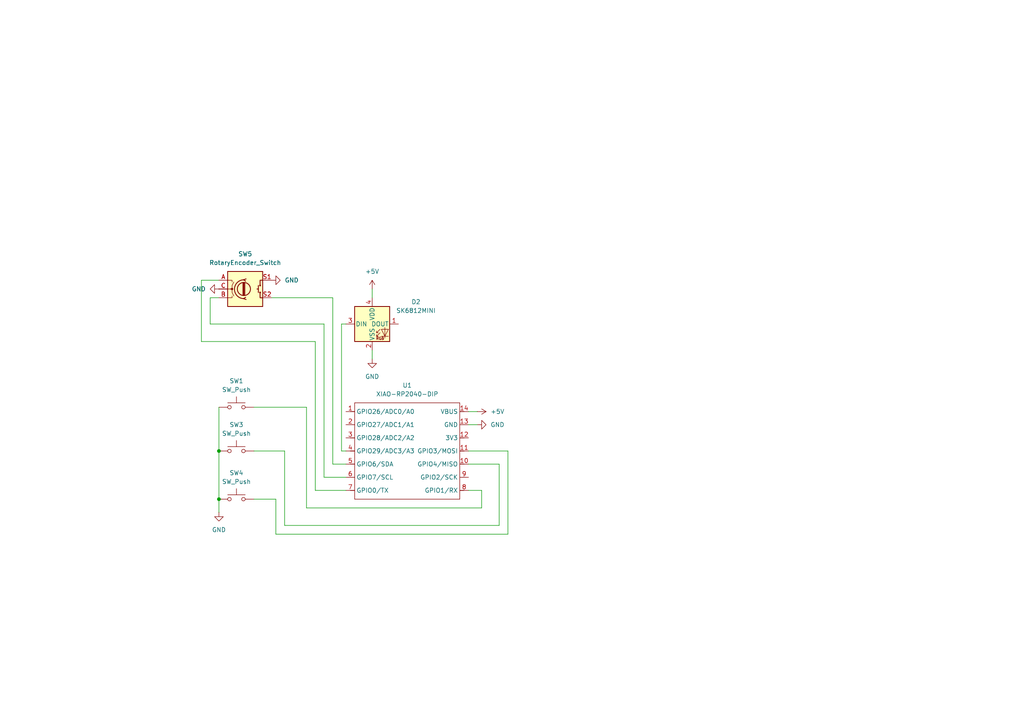
<source format=kicad_sch>
(kicad_sch
	(version 20250114)
	(generator "eeschema")
	(generator_version "9.0")
	(uuid "38e79f82-1241-46b1-a100-89721127c354")
	(paper "A4")
	(lib_symbols
		(symbol "Device:RotaryEncoder_Switch"
			(pin_names
				(offset 0.254)
				(hide yes)
			)
			(exclude_from_sim no)
			(in_bom yes)
			(on_board yes)
			(property "Reference" "SW"
				(at 0 6.604 0)
				(effects
					(font
						(size 1.27 1.27)
					)
				)
			)
			(property "Value" "RotaryEncoder_Switch"
				(at 0 -6.604 0)
				(effects
					(font
						(size 1.27 1.27)
					)
				)
			)
			(property "Footprint" ""
				(at -3.81 4.064 0)
				(effects
					(font
						(size 1.27 1.27)
					)
					(hide yes)
				)
			)
			(property "Datasheet" "~"
				(at 0 6.604 0)
				(effects
					(font
						(size 1.27 1.27)
					)
					(hide yes)
				)
			)
			(property "Description" "Rotary encoder, dual channel, incremental quadrate outputs, with switch"
				(at 0 0 0)
				(effects
					(font
						(size 1.27 1.27)
					)
					(hide yes)
				)
			)
			(property "ki_keywords" "rotary switch encoder switch push button"
				(at 0 0 0)
				(effects
					(font
						(size 1.27 1.27)
					)
					(hide yes)
				)
			)
			(property "ki_fp_filters" "RotaryEncoder*Switch*"
				(at 0 0 0)
				(effects
					(font
						(size 1.27 1.27)
					)
					(hide yes)
				)
			)
			(symbol "RotaryEncoder_Switch_0_1"
				(rectangle
					(start -5.08 5.08)
					(end 5.08 -5.08)
					(stroke
						(width 0.254)
						(type default)
					)
					(fill
						(type background)
					)
				)
				(polyline
					(pts
						(xy -5.08 2.54) (xy -3.81 2.54) (xy -3.81 2.032)
					)
					(stroke
						(width 0)
						(type default)
					)
					(fill
						(type none)
					)
				)
				(polyline
					(pts
						(xy -5.08 0) (xy -3.81 0) (xy -3.81 -1.016) (xy -3.302 -2.032)
					)
					(stroke
						(width 0)
						(type default)
					)
					(fill
						(type none)
					)
				)
				(polyline
					(pts
						(xy -5.08 -2.54) (xy -3.81 -2.54) (xy -3.81 -2.032)
					)
					(stroke
						(width 0)
						(type default)
					)
					(fill
						(type none)
					)
				)
				(polyline
					(pts
						(xy -4.318 0) (xy -3.81 0) (xy -3.81 1.016) (xy -3.302 2.032)
					)
					(stroke
						(width 0)
						(type default)
					)
					(fill
						(type none)
					)
				)
				(circle
					(center -3.81 0)
					(radius 0.254)
					(stroke
						(width 0)
						(type default)
					)
					(fill
						(type outline)
					)
				)
				(polyline
					(pts
						(xy -0.635 -1.778) (xy -0.635 1.778)
					)
					(stroke
						(width 0.254)
						(type default)
					)
					(fill
						(type none)
					)
				)
				(circle
					(center -0.381 0)
					(radius 1.905)
					(stroke
						(width 0.254)
						(type default)
					)
					(fill
						(type none)
					)
				)
				(polyline
					(pts
						(xy -0.381 -1.778) (xy -0.381 1.778)
					)
					(stroke
						(width 0.254)
						(type default)
					)
					(fill
						(type none)
					)
				)
				(arc
					(start -0.381 -2.794)
					(mid -3.0988 -0.0635)
					(end -0.381 2.667)
					(stroke
						(width 0.254)
						(type default)
					)
					(fill
						(type none)
					)
				)
				(polyline
					(pts
						(xy -0.127 1.778) (xy -0.127 -1.778)
					)
					(stroke
						(width 0.254)
						(type default)
					)
					(fill
						(type none)
					)
				)
				(polyline
					(pts
						(xy 0.254 2.921) (xy -0.508 2.667) (xy 0.127 2.286)
					)
					(stroke
						(width 0.254)
						(type default)
					)
					(fill
						(type none)
					)
				)
				(polyline
					(pts
						(xy 0.254 -3.048) (xy -0.508 -2.794) (xy 0.127 -2.413)
					)
					(stroke
						(width 0.254)
						(type default)
					)
					(fill
						(type none)
					)
				)
				(polyline
					(pts
						(xy 3.81 1.016) (xy 3.81 -1.016)
					)
					(stroke
						(width 0.254)
						(type default)
					)
					(fill
						(type none)
					)
				)
				(polyline
					(pts
						(xy 3.81 0) (xy 3.429 0)
					)
					(stroke
						(width 0.254)
						(type default)
					)
					(fill
						(type none)
					)
				)
				(circle
					(center 4.318 1.016)
					(radius 0.127)
					(stroke
						(width 0.254)
						(type default)
					)
					(fill
						(type none)
					)
				)
				(circle
					(center 4.318 -1.016)
					(radius 0.127)
					(stroke
						(width 0.254)
						(type default)
					)
					(fill
						(type none)
					)
				)
				(polyline
					(pts
						(xy 5.08 2.54) (xy 4.318 2.54) (xy 4.318 1.016)
					)
					(stroke
						(width 0.254)
						(type default)
					)
					(fill
						(type none)
					)
				)
				(polyline
					(pts
						(xy 5.08 -2.54) (xy 4.318 -2.54) (xy 4.318 -1.016)
					)
					(stroke
						(width 0.254)
						(type default)
					)
					(fill
						(type none)
					)
				)
			)
			(symbol "RotaryEncoder_Switch_1_1"
				(pin passive line
					(at -7.62 2.54 0)
					(length 2.54)
					(name "A"
						(effects
							(font
								(size 1.27 1.27)
							)
						)
					)
					(number "A"
						(effects
							(font
								(size 1.27 1.27)
							)
						)
					)
				)
				(pin passive line
					(at -7.62 0 0)
					(length 2.54)
					(name "C"
						(effects
							(font
								(size 1.27 1.27)
							)
						)
					)
					(number "C"
						(effects
							(font
								(size 1.27 1.27)
							)
						)
					)
				)
				(pin passive line
					(at -7.62 -2.54 0)
					(length 2.54)
					(name "B"
						(effects
							(font
								(size 1.27 1.27)
							)
						)
					)
					(number "B"
						(effects
							(font
								(size 1.27 1.27)
							)
						)
					)
				)
				(pin passive line
					(at 7.62 2.54 180)
					(length 2.54)
					(name "S1"
						(effects
							(font
								(size 1.27 1.27)
							)
						)
					)
					(number "S1"
						(effects
							(font
								(size 1.27 1.27)
							)
						)
					)
				)
				(pin passive line
					(at 7.62 -2.54 180)
					(length 2.54)
					(name "S2"
						(effects
							(font
								(size 1.27 1.27)
							)
						)
					)
					(number "S2"
						(effects
							(font
								(size 1.27 1.27)
							)
						)
					)
				)
			)
			(embedded_fonts no)
		)
		(symbol "LED:SK6812MINI"
			(pin_names
				(offset 0.254)
			)
			(exclude_from_sim no)
			(in_bom yes)
			(on_board yes)
			(property "Reference" "D"
				(at 5.08 5.715 0)
				(effects
					(font
						(size 1.27 1.27)
					)
					(justify right bottom)
				)
			)
			(property "Value" "SK6812MINI"
				(at 1.27 -5.715 0)
				(effects
					(font
						(size 1.27 1.27)
					)
					(justify left top)
				)
			)
			(property "Footprint" "LED_SMD:LED_SK6812MINI_PLCC4_3.5x3.5mm_P1.75mm"
				(at 1.27 -7.62 0)
				(effects
					(font
						(size 1.27 1.27)
					)
					(justify left top)
					(hide yes)
				)
			)
			(property "Datasheet" "https://cdn-shop.adafruit.com/product-files/2686/SK6812MINI_REV.01-1-2.pdf"
				(at 2.54 -9.525 0)
				(effects
					(font
						(size 1.27 1.27)
					)
					(justify left top)
					(hide yes)
				)
			)
			(property "Description" "RGB LED with integrated controller"
				(at 0 0 0)
				(effects
					(font
						(size 1.27 1.27)
					)
					(hide yes)
				)
			)
			(property "ki_keywords" "RGB LED NeoPixel Mini addressable"
				(at 0 0 0)
				(effects
					(font
						(size 1.27 1.27)
					)
					(hide yes)
				)
			)
			(property "ki_fp_filters" "LED*SK6812MINI*PLCC*3.5x3.5mm*P1.75mm*"
				(at 0 0 0)
				(effects
					(font
						(size 1.27 1.27)
					)
					(hide yes)
				)
			)
			(symbol "SK6812MINI_0_0"
				(text "RGB"
					(at 2.286 -4.191 0)
					(effects
						(font
							(size 0.762 0.762)
						)
					)
				)
			)
			(symbol "SK6812MINI_0_1"
				(polyline
					(pts
						(xy 1.27 -2.54) (xy 1.778 -2.54)
					)
					(stroke
						(width 0)
						(type default)
					)
					(fill
						(type none)
					)
				)
				(polyline
					(pts
						(xy 1.27 -3.556) (xy 1.778 -3.556)
					)
					(stroke
						(width 0)
						(type default)
					)
					(fill
						(type none)
					)
				)
				(polyline
					(pts
						(xy 2.286 -1.524) (xy 1.27 -2.54) (xy 1.27 -2.032)
					)
					(stroke
						(width 0)
						(type default)
					)
					(fill
						(type none)
					)
				)
				(polyline
					(pts
						(xy 2.286 -2.54) (xy 1.27 -3.556) (xy 1.27 -3.048)
					)
					(stroke
						(width 0)
						(type default)
					)
					(fill
						(type none)
					)
				)
				(polyline
					(pts
						(xy 3.683 -1.016) (xy 3.683 -3.556) (xy 3.683 -4.064)
					)
					(stroke
						(width 0)
						(type default)
					)
					(fill
						(type none)
					)
				)
				(polyline
					(pts
						(xy 4.699 -1.524) (xy 2.667 -1.524) (xy 3.683 -3.556) (xy 4.699 -1.524)
					)
					(stroke
						(width 0)
						(type default)
					)
					(fill
						(type none)
					)
				)
				(polyline
					(pts
						(xy 4.699 -3.556) (xy 2.667 -3.556)
					)
					(stroke
						(width 0)
						(type default)
					)
					(fill
						(type none)
					)
				)
				(rectangle
					(start 5.08 5.08)
					(end -5.08 -5.08)
					(stroke
						(width 0.254)
						(type default)
					)
					(fill
						(type background)
					)
				)
			)
			(symbol "SK6812MINI_1_1"
				(pin input line
					(at -7.62 0 0)
					(length 2.54)
					(name "DIN"
						(effects
							(font
								(size 1.27 1.27)
							)
						)
					)
					(number "3"
						(effects
							(font
								(size 1.27 1.27)
							)
						)
					)
				)
				(pin power_in line
					(at 0 7.62 270)
					(length 2.54)
					(name "VDD"
						(effects
							(font
								(size 1.27 1.27)
							)
						)
					)
					(number "4"
						(effects
							(font
								(size 1.27 1.27)
							)
						)
					)
				)
				(pin power_in line
					(at 0 -7.62 90)
					(length 2.54)
					(name "VSS"
						(effects
							(font
								(size 1.27 1.27)
							)
						)
					)
					(number "2"
						(effects
							(font
								(size 1.27 1.27)
							)
						)
					)
				)
				(pin output line
					(at 7.62 0 180)
					(length 2.54)
					(name "DOUT"
						(effects
							(font
								(size 1.27 1.27)
							)
						)
					)
					(number "1"
						(effects
							(font
								(size 1.27 1.27)
							)
						)
					)
				)
			)
			(embedded_fonts no)
		)
		(symbol "OPL:XIAO-RP2040-DIP"
			(exclude_from_sim no)
			(in_bom yes)
			(on_board yes)
			(property "Reference" "U"
				(at 0 0 0)
				(effects
					(font
						(size 1.27 1.27)
					)
				)
			)
			(property "Value" "XIAO-RP2040-DIP"
				(at 5.334 -1.778 0)
				(effects
					(font
						(size 1.27 1.27)
					)
				)
			)
			(property "Footprint" "Module:MOUDLE14P-XIAO-DIP-SMD"
				(at 14.478 -32.258 0)
				(effects
					(font
						(size 1.27 1.27)
					)
					(hide yes)
				)
			)
			(property "Datasheet" ""
				(at 0 0 0)
				(effects
					(font
						(size 1.27 1.27)
					)
					(hide yes)
				)
			)
			(property "Description" ""
				(at 0 0 0)
				(effects
					(font
						(size 1.27 1.27)
					)
					(hide yes)
				)
			)
			(symbol "XIAO-RP2040-DIP_1_0"
				(polyline
					(pts
						(xy -1.27 -2.54) (xy 29.21 -2.54)
					)
					(stroke
						(width 0.1524)
						(type solid)
					)
					(fill
						(type none)
					)
				)
				(polyline
					(pts
						(xy -1.27 -5.08) (xy -2.54 -5.08)
					)
					(stroke
						(width 0.1524)
						(type solid)
					)
					(fill
						(type none)
					)
				)
				(polyline
					(pts
						(xy -1.27 -5.08) (xy -1.27 -2.54)
					)
					(stroke
						(width 0.1524)
						(type solid)
					)
					(fill
						(type none)
					)
				)
				(polyline
					(pts
						(xy -1.27 -8.89) (xy -2.54 -8.89)
					)
					(stroke
						(width 0.1524)
						(type solid)
					)
					(fill
						(type none)
					)
				)
				(polyline
					(pts
						(xy -1.27 -8.89) (xy -1.27 -5.08)
					)
					(stroke
						(width 0.1524)
						(type solid)
					)
					(fill
						(type none)
					)
				)
				(polyline
					(pts
						(xy -1.27 -12.7) (xy -2.54 -12.7)
					)
					(stroke
						(width 0.1524)
						(type solid)
					)
					(fill
						(type none)
					)
				)
				(polyline
					(pts
						(xy -1.27 -12.7) (xy -1.27 -8.89)
					)
					(stroke
						(width 0.1524)
						(type solid)
					)
					(fill
						(type none)
					)
				)
				(polyline
					(pts
						(xy -1.27 -16.51) (xy -2.54 -16.51)
					)
					(stroke
						(width 0.1524)
						(type solid)
					)
					(fill
						(type none)
					)
				)
				(polyline
					(pts
						(xy -1.27 -16.51) (xy -1.27 -12.7)
					)
					(stroke
						(width 0.1524)
						(type solid)
					)
					(fill
						(type none)
					)
				)
				(polyline
					(pts
						(xy -1.27 -20.32) (xy -2.54 -20.32)
					)
					(stroke
						(width 0.1524)
						(type solid)
					)
					(fill
						(type none)
					)
				)
				(polyline
					(pts
						(xy -1.27 -24.13) (xy -2.54 -24.13)
					)
					(stroke
						(width 0.1524)
						(type solid)
					)
					(fill
						(type none)
					)
				)
				(polyline
					(pts
						(xy -1.27 -27.94) (xy -2.54 -27.94)
					)
					(stroke
						(width 0.1524)
						(type solid)
					)
					(fill
						(type none)
					)
				)
				(polyline
					(pts
						(xy -1.27 -30.48) (xy -1.27 -16.51)
					)
					(stroke
						(width 0.1524)
						(type solid)
					)
					(fill
						(type none)
					)
				)
				(polyline
					(pts
						(xy 29.21 -2.54) (xy 29.21 -5.08)
					)
					(stroke
						(width 0.1524)
						(type solid)
					)
					(fill
						(type none)
					)
				)
				(polyline
					(pts
						(xy 29.21 -5.08) (xy 29.21 -8.89)
					)
					(stroke
						(width 0.1524)
						(type solid)
					)
					(fill
						(type none)
					)
				)
				(polyline
					(pts
						(xy 29.21 -8.89) (xy 29.21 -12.7)
					)
					(stroke
						(width 0.1524)
						(type solid)
					)
					(fill
						(type none)
					)
				)
				(polyline
					(pts
						(xy 29.21 -12.7) (xy 29.21 -30.48)
					)
					(stroke
						(width 0.1524)
						(type solid)
					)
					(fill
						(type none)
					)
				)
				(polyline
					(pts
						(xy 29.21 -30.48) (xy -1.27 -30.48)
					)
					(stroke
						(width 0.1524)
						(type solid)
					)
					(fill
						(type none)
					)
				)
				(polyline
					(pts
						(xy 30.48 -5.08) (xy 29.21 -5.08)
					)
					(stroke
						(width 0.1524)
						(type solid)
					)
					(fill
						(type none)
					)
				)
				(polyline
					(pts
						(xy 30.48 -8.89) (xy 29.21 -8.89)
					)
					(stroke
						(width 0.1524)
						(type solid)
					)
					(fill
						(type none)
					)
				)
				(polyline
					(pts
						(xy 30.48 -12.7) (xy 29.21 -12.7)
					)
					(stroke
						(width 0.1524)
						(type solid)
					)
					(fill
						(type none)
					)
				)
				(polyline
					(pts
						(xy 30.48 -16.51) (xy 29.21 -16.51)
					)
					(stroke
						(width 0.1524)
						(type solid)
					)
					(fill
						(type none)
					)
				)
				(polyline
					(pts
						(xy 30.48 -20.32) (xy 29.21 -20.32)
					)
					(stroke
						(width 0.1524)
						(type solid)
					)
					(fill
						(type none)
					)
				)
				(polyline
					(pts
						(xy 30.48 -24.13) (xy 29.21 -24.13)
					)
					(stroke
						(width 0.1524)
						(type solid)
					)
					(fill
						(type none)
					)
				)
				(polyline
					(pts
						(xy 30.48 -27.94) (xy 29.21 -27.94)
					)
					(stroke
						(width 0.1524)
						(type solid)
					)
					(fill
						(type none)
					)
				)
				(pin passive line
					(at -3.81 -5.08 0)
					(length 2.54)
					(name "GPIO26/ADC0/A0"
						(effects
							(font
								(size 1.27 1.27)
							)
						)
					)
					(number "1"
						(effects
							(font
								(size 1.27 1.27)
							)
						)
					)
				)
				(pin passive line
					(at -3.81 -8.89 0)
					(length 2.54)
					(name "GPIO27/ADC1/A1"
						(effects
							(font
								(size 1.27 1.27)
							)
						)
					)
					(number "2"
						(effects
							(font
								(size 1.27 1.27)
							)
						)
					)
				)
				(pin passive line
					(at -3.81 -12.7 0)
					(length 2.54)
					(name "GPIO28/ADC2/A2"
						(effects
							(font
								(size 1.27 1.27)
							)
						)
					)
					(number "3"
						(effects
							(font
								(size 1.27 1.27)
							)
						)
					)
				)
				(pin passive line
					(at -3.81 -16.51 0)
					(length 2.54)
					(name "GPIO29/ADC3/A3"
						(effects
							(font
								(size 1.27 1.27)
							)
						)
					)
					(number "4"
						(effects
							(font
								(size 1.27 1.27)
							)
						)
					)
				)
				(pin passive line
					(at -3.81 -20.32 0)
					(length 2.54)
					(name "GPIO6/SDA"
						(effects
							(font
								(size 1.27 1.27)
							)
						)
					)
					(number "5"
						(effects
							(font
								(size 1.27 1.27)
							)
						)
					)
				)
				(pin passive line
					(at -3.81 -24.13 0)
					(length 2.54)
					(name "GPIO7/SCL"
						(effects
							(font
								(size 1.27 1.27)
							)
						)
					)
					(number "6"
						(effects
							(font
								(size 1.27 1.27)
							)
						)
					)
				)
				(pin passive line
					(at -3.81 -27.94 0)
					(length 2.54)
					(name "GPIO0/TX"
						(effects
							(font
								(size 1.27 1.27)
							)
						)
					)
					(number "7"
						(effects
							(font
								(size 1.27 1.27)
							)
						)
					)
				)
				(pin passive line
					(at 31.75 -5.08 180)
					(length 2.54)
					(name "VBUS"
						(effects
							(font
								(size 1.27 1.27)
							)
						)
					)
					(number "14"
						(effects
							(font
								(size 1.27 1.27)
							)
						)
					)
				)
				(pin passive line
					(at 31.75 -8.89 180)
					(length 2.54)
					(name "GND"
						(effects
							(font
								(size 1.27 1.27)
							)
						)
					)
					(number "13"
						(effects
							(font
								(size 1.27 1.27)
							)
						)
					)
				)
				(pin passive line
					(at 31.75 -12.7 180)
					(length 2.54)
					(name "3V3"
						(effects
							(font
								(size 1.27 1.27)
							)
						)
					)
					(number "12"
						(effects
							(font
								(size 1.27 1.27)
							)
						)
					)
				)
				(pin passive line
					(at 31.75 -16.51 180)
					(length 2.54)
					(name "GPIO3/MOSI"
						(effects
							(font
								(size 1.27 1.27)
							)
						)
					)
					(number "11"
						(effects
							(font
								(size 1.27 1.27)
							)
						)
					)
				)
				(pin passive line
					(at 31.75 -20.32 180)
					(length 2.54)
					(name "GPIO4/MISO"
						(effects
							(font
								(size 1.27 1.27)
							)
						)
					)
					(number "10"
						(effects
							(font
								(size 1.27 1.27)
							)
						)
					)
				)
				(pin passive line
					(at 31.75 -24.13 180)
					(length 2.54)
					(name "GPIO2/SCK"
						(effects
							(font
								(size 1.27 1.27)
							)
						)
					)
					(number "9"
						(effects
							(font
								(size 1.27 1.27)
							)
						)
					)
				)
				(pin passive line
					(at 31.75 -27.94 180)
					(length 2.54)
					(name "GPIO1/RX"
						(effects
							(font
								(size 1.27 1.27)
							)
						)
					)
					(number "8"
						(effects
							(font
								(size 1.27 1.27)
							)
						)
					)
				)
			)
			(embedded_fonts no)
		)
		(symbol "Switch:SW_Push"
			(pin_numbers
				(hide yes)
			)
			(pin_names
				(offset 1.016)
				(hide yes)
			)
			(exclude_from_sim no)
			(in_bom yes)
			(on_board yes)
			(property "Reference" "SW"
				(at 1.27 2.54 0)
				(effects
					(font
						(size 1.27 1.27)
					)
					(justify left)
				)
			)
			(property "Value" "SW_Push"
				(at 0 -1.524 0)
				(effects
					(font
						(size 1.27 1.27)
					)
				)
			)
			(property "Footprint" ""
				(at 0 5.08 0)
				(effects
					(font
						(size 1.27 1.27)
					)
					(hide yes)
				)
			)
			(property "Datasheet" "~"
				(at 0 5.08 0)
				(effects
					(font
						(size 1.27 1.27)
					)
					(hide yes)
				)
			)
			(property "Description" "Push button switch, generic, two pins"
				(at 0 0 0)
				(effects
					(font
						(size 1.27 1.27)
					)
					(hide yes)
				)
			)
			(property "ki_keywords" "switch normally-open pushbutton push-button"
				(at 0 0 0)
				(effects
					(font
						(size 1.27 1.27)
					)
					(hide yes)
				)
			)
			(symbol "SW_Push_0_1"
				(circle
					(center -2.032 0)
					(radius 0.508)
					(stroke
						(width 0)
						(type default)
					)
					(fill
						(type none)
					)
				)
				(polyline
					(pts
						(xy 0 1.27) (xy 0 3.048)
					)
					(stroke
						(width 0)
						(type default)
					)
					(fill
						(type none)
					)
				)
				(circle
					(center 2.032 0)
					(radius 0.508)
					(stroke
						(width 0)
						(type default)
					)
					(fill
						(type none)
					)
				)
				(polyline
					(pts
						(xy 2.54 1.27) (xy -2.54 1.27)
					)
					(stroke
						(width 0)
						(type default)
					)
					(fill
						(type none)
					)
				)
				(pin passive line
					(at -5.08 0 0)
					(length 2.54)
					(name "1"
						(effects
							(font
								(size 1.27 1.27)
							)
						)
					)
					(number "1"
						(effects
							(font
								(size 1.27 1.27)
							)
						)
					)
				)
				(pin passive line
					(at 5.08 0 180)
					(length 2.54)
					(name "2"
						(effects
							(font
								(size 1.27 1.27)
							)
						)
					)
					(number "2"
						(effects
							(font
								(size 1.27 1.27)
							)
						)
					)
				)
			)
			(embedded_fonts no)
		)
		(symbol "power:+5V"
			(power)
			(pin_numbers
				(hide yes)
			)
			(pin_names
				(offset 0)
				(hide yes)
			)
			(exclude_from_sim no)
			(in_bom yes)
			(on_board yes)
			(property "Reference" "#PWR"
				(at 0 -3.81 0)
				(effects
					(font
						(size 1.27 1.27)
					)
					(hide yes)
				)
			)
			(property "Value" "+5V"
				(at 0 3.556 0)
				(effects
					(font
						(size 1.27 1.27)
					)
				)
			)
			(property "Footprint" ""
				(at 0 0 0)
				(effects
					(font
						(size 1.27 1.27)
					)
					(hide yes)
				)
			)
			(property "Datasheet" ""
				(at 0 0 0)
				(effects
					(font
						(size 1.27 1.27)
					)
					(hide yes)
				)
			)
			(property "Description" "Power symbol creates a global label with name \"+5V\""
				(at 0 0 0)
				(effects
					(font
						(size 1.27 1.27)
					)
					(hide yes)
				)
			)
			(property "ki_keywords" "global power"
				(at 0 0 0)
				(effects
					(font
						(size 1.27 1.27)
					)
					(hide yes)
				)
			)
			(symbol "+5V_0_1"
				(polyline
					(pts
						(xy -0.762 1.27) (xy 0 2.54)
					)
					(stroke
						(width 0)
						(type default)
					)
					(fill
						(type none)
					)
				)
				(polyline
					(pts
						(xy 0 2.54) (xy 0.762 1.27)
					)
					(stroke
						(width 0)
						(type default)
					)
					(fill
						(type none)
					)
				)
				(polyline
					(pts
						(xy 0 0) (xy 0 2.54)
					)
					(stroke
						(width 0)
						(type default)
					)
					(fill
						(type none)
					)
				)
			)
			(symbol "+5V_1_1"
				(pin power_in line
					(at 0 0 90)
					(length 0)
					(name "~"
						(effects
							(font
								(size 1.27 1.27)
							)
						)
					)
					(number "1"
						(effects
							(font
								(size 1.27 1.27)
							)
						)
					)
				)
			)
			(embedded_fonts no)
		)
		(symbol "power:GND"
			(power)
			(pin_numbers
				(hide yes)
			)
			(pin_names
				(offset 0)
				(hide yes)
			)
			(exclude_from_sim no)
			(in_bom yes)
			(on_board yes)
			(property "Reference" "#PWR"
				(at 0 -6.35 0)
				(effects
					(font
						(size 1.27 1.27)
					)
					(hide yes)
				)
			)
			(property "Value" "GND"
				(at 0 -3.81 0)
				(effects
					(font
						(size 1.27 1.27)
					)
				)
			)
			(property "Footprint" ""
				(at 0 0 0)
				(effects
					(font
						(size 1.27 1.27)
					)
					(hide yes)
				)
			)
			(property "Datasheet" ""
				(at 0 0 0)
				(effects
					(font
						(size 1.27 1.27)
					)
					(hide yes)
				)
			)
			(property "Description" "Power symbol creates a global label with name \"GND\" , ground"
				(at 0 0 0)
				(effects
					(font
						(size 1.27 1.27)
					)
					(hide yes)
				)
			)
			(property "ki_keywords" "global power"
				(at 0 0 0)
				(effects
					(font
						(size 1.27 1.27)
					)
					(hide yes)
				)
			)
			(symbol "GND_0_1"
				(polyline
					(pts
						(xy 0 0) (xy 0 -1.27) (xy 1.27 -1.27) (xy 0 -2.54) (xy -1.27 -1.27) (xy 0 -1.27)
					)
					(stroke
						(width 0)
						(type default)
					)
					(fill
						(type none)
					)
				)
			)
			(symbol "GND_1_1"
				(pin power_in line
					(at 0 0 270)
					(length 0)
					(name "~"
						(effects
							(font
								(size 1.27 1.27)
							)
						)
					)
					(number "1"
						(effects
							(font
								(size 1.27 1.27)
							)
						)
					)
				)
			)
			(embedded_fonts no)
		)
	)
	(junction
		(at 63.5 130.81)
		(diameter 0)
		(color 0 0 0 0)
		(uuid "1542d32f-b82d-4c47-9c4a-5fdb706f5a9e")
	)
	(junction
		(at 63.5 144.78)
		(diameter 0)
		(color 0 0 0 0)
		(uuid "6426cda9-f1cd-4394-847f-c671aa9c0cc1")
	)
	(wire
		(pts
			(xy 144.78 152.4) (xy 82.55 152.4)
		)
		(stroke
			(width 0)
			(type default)
		)
		(uuid "01165824-62c9-45b5-925f-6111d4322da8")
	)
	(wire
		(pts
			(xy 58.42 81.28) (xy 58.42 99.06)
		)
		(stroke
			(width 0)
			(type default)
		)
		(uuid "04deee39-ee9e-4317-93e5-181346037582")
	)
	(wire
		(pts
			(xy 91.44 99.06) (xy 91.44 142.24)
		)
		(stroke
			(width 0)
			(type default)
		)
		(uuid "073ee30c-4a15-4594-ae56-4a11b90e48ce")
	)
	(wire
		(pts
			(xy 63.5 81.28) (xy 58.42 81.28)
		)
		(stroke
			(width 0)
			(type default)
		)
		(uuid "07f1193b-39ce-4971-8afc-671019d326f4")
	)
	(wire
		(pts
			(xy 63.5 118.11) (xy 63.5 130.81)
		)
		(stroke
			(width 0)
			(type default)
		)
		(uuid "0f9b1480-4ac2-4852-a11b-01a960ae89e7")
	)
	(wire
		(pts
			(xy 80.01 154.94) (xy 80.01 144.78)
		)
		(stroke
			(width 0)
			(type default)
		)
		(uuid "1a654db9-297e-44d4-b938-71776361b88d")
	)
	(wire
		(pts
			(xy 144.78 134.62) (xy 144.78 152.4)
		)
		(stroke
			(width 0)
			(type default)
		)
		(uuid "1c6419a2-1f90-4977-8c11-5a2d1c9fa5e4")
	)
	(wire
		(pts
			(xy 107.95 101.6) (xy 107.95 104.14)
		)
		(stroke
			(width 0)
			(type default)
		)
		(uuid "2f306afb-e4c9-4d78-b329-1c696ae79528")
	)
	(wire
		(pts
			(xy 135.89 142.24) (xy 139.7 142.24)
		)
		(stroke
			(width 0)
			(type default)
		)
		(uuid "31ac6692-970a-4d0b-9ae4-debb10ee6353")
	)
	(wire
		(pts
			(xy 82.55 130.81) (xy 73.66 130.81)
		)
		(stroke
			(width 0)
			(type default)
		)
		(uuid "3a0f0a50-1144-42cf-802d-de25cc22363b")
	)
	(wire
		(pts
			(xy 139.7 147.32) (xy 88.9 147.32)
		)
		(stroke
			(width 0)
			(type default)
		)
		(uuid "4ab7f2f5-8c91-4df8-abb1-4afa7e6070bf")
	)
	(wire
		(pts
			(xy 96.52 86.36) (xy 96.52 134.62)
		)
		(stroke
			(width 0)
			(type default)
		)
		(uuid "5006b506-ab27-46ae-a989-e4c17c0ad429")
	)
	(wire
		(pts
			(xy 88.9 147.32) (xy 88.9 118.11)
		)
		(stroke
			(width 0)
			(type default)
		)
		(uuid "51719bca-f0ad-43da-ac89-09870254de69")
	)
	(wire
		(pts
			(xy 60.96 86.36) (xy 63.5 86.36)
		)
		(stroke
			(width 0)
			(type default)
		)
		(uuid "61d93a70-0f11-4d46-a244-d71fa1b8c0b3")
	)
	(wire
		(pts
			(xy 107.95 83.82) (xy 107.95 86.36)
		)
		(stroke
			(width 0)
			(type default)
		)
		(uuid "6a777c8d-da4b-42e2-9297-9b3a56ac395e")
	)
	(wire
		(pts
			(xy 80.01 144.78) (xy 73.66 144.78)
		)
		(stroke
			(width 0)
			(type default)
		)
		(uuid "6f5bba72-1cef-48b7-a5cf-724fd8a450e4")
	)
	(wire
		(pts
			(xy 100.33 138.43) (xy 93.98 138.43)
		)
		(stroke
			(width 0)
			(type default)
		)
		(uuid "73561cb6-f3d7-437e-b6e4-7f98618bf2fc")
	)
	(wire
		(pts
			(xy 73.66 118.11) (xy 88.9 118.11)
		)
		(stroke
			(width 0)
			(type default)
		)
		(uuid "7b0ae570-901f-45ac-82f9-27a8e021599e")
	)
	(wire
		(pts
			(xy 93.98 93.98) (xy 60.96 93.98)
		)
		(stroke
			(width 0)
			(type default)
		)
		(uuid "7dc85d86-6688-42ae-a3b0-93e0f8db69f1")
	)
	(wire
		(pts
			(xy 93.98 138.43) (xy 93.98 93.98)
		)
		(stroke
			(width 0)
			(type default)
		)
		(uuid "7e05e337-b7a2-4c15-a890-eb4aeebd1013")
	)
	(wire
		(pts
			(xy 91.44 142.24) (xy 100.33 142.24)
		)
		(stroke
			(width 0)
			(type default)
		)
		(uuid "7e5c7a8f-cf03-4b30-8c5c-eb9343ffcf4e")
	)
	(wire
		(pts
			(xy 58.42 99.06) (xy 91.44 99.06)
		)
		(stroke
			(width 0)
			(type default)
		)
		(uuid "7ed90258-b051-4d4d-b821-52483e540f61")
	)
	(wire
		(pts
			(xy 135.89 134.62) (xy 144.78 134.62)
		)
		(stroke
			(width 0)
			(type default)
		)
		(uuid "8b23a608-230a-40f3-a707-19e562fd7171")
	)
	(wire
		(pts
			(xy 99.06 93.98) (xy 100.33 93.98)
		)
		(stroke
			(width 0)
			(type default)
		)
		(uuid "9d1fe18f-778f-4242-b5f1-c28c8997f62e")
	)
	(wire
		(pts
			(xy 139.7 142.24) (xy 139.7 147.32)
		)
		(stroke
			(width 0)
			(type default)
		)
		(uuid "a328f598-361a-49c4-9704-fd4d912fabeb")
	)
	(wire
		(pts
			(xy 147.32 130.81) (xy 147.32 154.94)
		)
		(stroke
			(width 0)
			(type default)
		)
		(uuid "a6af3c6b-978f-4690-8733-2eb60711fc20")
	)
	(wire
		(pts
			(xy 63.5 130.81) (xy 63.5 144.78)
		)
		(stroke
			(width 0)
			(type default)
		)
		(uuid "a6e5c87e-600d-4964-baf4-75a16dc9d9f3")
	)
	(wire
		(pts
			(xy 147.32 154.94) (xy 80.01 154.94)
		)
		(stroke
			(width 0)
			(type default)
		)
		(uuid "a86ae2ae-65e6-4e11-bcd3-bf545ad811d7")
	)
	(wire
		(pts
			(xy 96.52 134.62) (xy 100.33 134.62)
		)
		(stroke
			(width 0)
			(type default)
		)
		(uuid "ac852662-a711-4228-9c57-e36858b91d11")
	)
	(wire
		(pts
			(xy 100.33 130.81) (xy 99.06 130.81)
		)
		(stroke
			(width 0)
			(type default)
		)
		(uuid "b11b96f2-660c-4960-bd52-2835d100e2f3")
	)
	(wire
		(pts
			(xy 63.5 144.78) (xy 63.5 148.59)
		)
		(stroke
			(width 0)
			(type default)
		)
		(uuid "b97ce59e-d9bd-4f56-bbcc-26a05cf13b97")
	)
	(wire
		(pts
			(xy 82.55 152.4) (xy 82.55 130.81)
		)
		(stroke
			(width 0)
			(type default)
		)
		(uuid "ca3f2f27-8d16-42ff-97ad-4463ee1ff403")
	)
	(wire
		(pts
			(xy 99.06 130.81) (xy 99.06 93.98)
		)
		(stroke
			(width 0)
			(type default)
		)
		(uuid "cdeb78ed-ade4-4770-a1ec-86358a73b8f4")
	)
	(wire
		(pts
			(xy 60.96 93.98) (xy 60.96 86.36)
		)
		(stroke
			(width 0)
			(type default)
		)
		(uuid "cebd287d-84aa-4245-b428-44be5b7a9bba")
	)
	(wire
		(pts
			(xy 135.89 119.38) (xy 138.43 119.38)
		)
		(stroke
			(width 0)
			(type default)
		)
		(uuid "d4c5cc9f-5bd8-473e-a9f0-0b337e8b71ae")
	)
	(wire
		(pts
			(xy 135.89 130.81) (xy 147.32 130.81)
		)
		(stroke
			(width 0)
			(type default)
		)
		(uuid "e2cd413c-d947-4a6a-ac15-ae98ab0dd280")
	)
	(wire
		(pts
			(xy 135.89 123.19) (xy 138.43 123.19)
		)
		(stroke
			(width 0)
			(type default)
		)
		(uuid "e91364a7-d292-4687-a0ce-2fca7fbb6626")
	)
	(wire
		(pts
			(xy 78.74 86.36) (xy 96.52 86.36)
		)
		(stroke
			(width 0)
			(type default)
		)
		(uuid "e9ad1f96-e47a-4478-b6db-fe6ff551d18b")
	)
	(symbol
		(lib_id "LED:SK6812MINI")
		(at 107.95 93.98 0)
		(unit 1)
		(exclude_from_sim no)
		(in_bom yes)
		(on_board yes)
		(dnp no)
		(fields_autoplaced yes)
		(uuid "10d5b1f0-6e77-494d-9256-71b529d8d4b1")
		(property "Reference" "D2"
			(at 120.65 87.5598 0)
			(effects
				(font
					(size 1.27 1.27)
				)
			)
		)
		(property "Value" "SK6812MINI"
			(at 120.65 90.0998 0)
			(effects
				(font
					(size 1.27 1.27)
				)
			)
		)
		(property "Footprint" "LED_SMD:LED_SK6812MINI_PLCC4_3.5x3.5mm_P1.75mm"
			(at 109.22 101.6 0)
			(effects
				(font
					(size 1.27 1.27)
				)
				(justify left top)
				(hide yes)
			)
		)
		(property "Datasheet" "https://cdn-shop.adafruit.com/product-files/2686/SK6812MINI_REV.01-1-2.pdf"
			(at 110.49 103.505 0)
			(effects
				(font
					(size 1.27 1.27)
				)
				(justify left top)
				(hide yes)
			)
		)
		(property "Description" "RGB LED with integrated controller"
			(at 107.95 93.98 0)
			(effects
				(font
					(size 1.27 1.27)
				)
				(hide yes)
			)
		)
		(pin "2"
			(uuid "4588aadb-f370-40d1-ab04-d730580042f6")
		)
		(pin "4"
			(uuid "08007e4f-c05a-44fd-bba6-c1546eac2b44")
		)
		(pin "3"
			(uuid "8049bc7f-5f88-4c1c-9636-0c6a96977b4f")
		)
		(pin "1"
			(uuid "2f2b686c-e681-429a-949d-41d7129838a4")
		)
		(instances
			(project ""
				(path "/38e79f82-1241-46b1-a100-89721127c354"
					(reference "D2")
					(unit 1)
				)
			)
		)
	)
	(symbol
		(lib_id "power:+5V")
		(at 138.43 119.38 270)
		(unit 1)
		(exclude_from_sim no)
		(in_bom yes)
		(on_board yes)
		(dnp no)
		(fields_autoplaced yes)
		(uuid "1614a6e9-8f35-44a2-9da9-c0f6463e59c7")
		(property "Reference" "#PWR05"
			(at 134.62 119.38 0)
			(effects
				(font
					(size 1.27 1.27)
				)
				(hide yes)
			)
		)
		(property "Value" "+5V"
			(at 142.24 119.3799 90)
			(effects
				(font
					(size 1.27 1.27)
				)
				(justify left)
			)
		)
		(property "Footprint" ""
			(at 138.43 119.38 0)
			(effects
				(font
					(size 1.27 1.27)
				)
				(hide yes)
			)
		)
		(property "Datasheet" ""
			(at 138.43 119.38 0)
			(effects
				(font
					(size 1.27 1.27)
				)
				(hide yes)
			)
		)
		(property "Description" "Power symbol creates a global label with name \"+5V\""
			(at 138.43 119.38 0)
			(effects
				(font
					(size 1.27 1.27)
				)
				(hide yes)
			)
		)
		(pin "1"
			(uuid "890b9e54-18a2-4e22-94bd-c974511f1b8a")
		)
		(instances
			(project ""
				(path "/38e79f82-1241-46b1-a100-89721127c354"
					(reference "#PWR05")
					(unit 1)
				)
			)
		)
	)
	(symbol
		(lib_id "Switch:SW_Push")
		(at 68.58 118.11 0)
		(unit 1)
		(exclude_from_sim no)
		(in_bom yes)
		(on_board yes)
		(dnp no)
		(fields_autoplaced yes)
		(uuid "22bf8964-5324-4902-a325-2b1ecbb54691")
		(property "Reference" "SW1"
			(at 68.58 110.49 0)
			(effects
				(font
					(size 1.27 1.27)
				)
			)
		)
		(property "Value" "SW_Push"
			(at 68.58 113.03 0)
			(effects
				(font
					(size 1.27 1.27)
				)
			)
		)
		(property "Footprint" "Button_Switch_Keyboard:SW_Cherry_MX_1.00u_PCB"
			(at 68.58 113.03 0)
			(effects
				(font
					(size 1.27 1.27)
				)
				(hide yes)
			)
		)
		(property "Datasheet" "~"
			(at 68.58 113.03 0)
			(effects
				(font
					(size 1.27 1.27)
				)
				(hide yes)
			)
		)
		(property "Description" "Push button switch, generic, two pins"
			(at 68.58 118.11 0)
			(effects
				(font
					(size 1.27 1.27)
				)
				(hide yes)
			)
		)
		(pin "2"
			(uuid "37908628-ee42-491f-92ec-d83b13f23173")
		)
		(pin "1"
			(uuid "628f3ce2-d3ca-4bec-8e85-d7a09dee5d5a")
		)
		(instances
			(project ""
				(path "/38e79f82-1241-46b1-a100-89721127c354"
					(reference "SW1")
					(unit 1)
				)
			)
		)
	)
	(symbol
		(lib_id "OPL:XIAO-RP2040-DIP")
		(at 104.14 114.3 0)
		(unit 1)
		(exclude_from_sim no)
		(in_bom yes)
		(on_board yes)
		(dnp no)
		(fields_autoplaced yes)
		(uuid "2a2d99c2-10ba-482a-9223-d1a3114e4c0a")
		(property "Reference" "U1"
			(at 118.11 111.76 0)
			(effects
				(font
					(size 1.27 1.27)
				)
			)
		)
		(property "Value" "XIAO-RP2040-DIP"
			(at 118.11 114.3 0)
			(effects
				(font
					(size 1.27 1.27)
				)
			)
		)
		(property "Footprint" "OPL:XIAO-RP2040-DIP"
			(at 118.618 146.558 0)
			(effects
				(font
					(size 1.27 1.27)
				)
				(hide yes)
			)
		)
		(property "Datasheet" ""
			(at 104.14 114.3 0)
			(effects
				(font
					(size 1.27 1.27)
				)
				(hide yes)
			)
		)
		(property "Description" ""
			(at 104.14 114.3 0)
			(effects
				(font
					(size 1.27 1.27)
				)
				(hide yes)
			)
		)
		(pin "3"
			(uuid "72e4f0ff-6670-4037-aef7-e245a7434c48")
		)
		(pin "8"
			(uuid "38ca4cc0-3fd9-4423-b3bc-c867928ddc28")
		)
		(pin "4"
			(uuid "d37b85fa-eb6d-424d-a03d-5692eb943b51")
		)
		(pin "9"
			(uuid "9a41e835-8138-416d-acf9-d799ad86ab60")
		)
		(pin "5"
			(uuid "fa393fe4-b2f4-4cce-baa9-ec1627830c0a")
		)
		(pin "6"
			(uuid "a0a26a37-419e-40c3-83cd-1a4e63660718")
		)
		(pin "14"
			(uuid "6753fc0f-ca19-4bc2-b9eb-60d8def9d4f7")
		)
		(pin "2"
			(uuid "2919d69b-c736-443e-b8e0-0473bce02ce7")
		)
		(pin "10"
			(uuid "d43dfe9d-d8a6-4a86-a9dc-3af50f6007ee")
		)
		(pin "11"
			(uuid "ff103bb0-8e6a-4529-a039-38b11d8e2858")
		)
		(pin "1"
			(uuid "f1267411-9c17-4d48-9b6c-bcf66a7eef2c")
		)
		(pin "7"
			(uuid "783e25cc-20b8-4d49-a26e-39e9363240b7")
		)
		(pin "13"
			(uuid "90b09de5-7408-4655-b9da-e297cce3df82")
		)
		(pin "12"
			(uuid "492e78df-1704-4a90-a298-8bb4906875e8")
		)
		(instances
			(project ""
				(path "/38e79f82-1241-46b1-a100-89721127c354"
					(reference "U1")
					(unit 1)
				)
			)
		)
	)
	(symbol
		(lib_id "power:GND")
		(at 63.5 83.82 270)
		(unit 1)
		(exclude_from_sim no)
		(in_bom yes)
		(on_board yes)
		(dnp no)
		(fields_autoplaced yes)
		(uuid "2d693024-8ee5-4951-a226-5b3fd6000759")
		(property "Reference" "#PWR07"
			(at 57.15 83.82 0)
			(effects
				(font
					(size 1.27 1.27)
				)
				(hide yes)
			)
		)
		(property "Value" "GND"
			(at 59.69 83.8199 90)
			(effects
				(font
					(size 1.27 1.27)
				)
				(justify right)
			)
		)
		(property "Footprint" ""
			(at 63.5 83.82 0)
			(effects
				(font
					(size 1.27 1.27)
				)
				(hide yes)
			)
		)
		(property "Datasheet" ""
			(at 63.5 83.82 0)
			(effects
				(font
					(size 1.27 1.27)
				)
				(hide yes)
			)
		)
		(property "Description" "Power symbol creates a global label with name \"GND\" , ground"
			(at 63.5 83.82 0)
			(effects
				(font
					(size 1.27 1.27)
				)
				(hide yes)
			)
		)
		(pin "1"
			(uuid "c24a3078-0529-45c1-9761-b1ce792e5f99")
		)
		(instances
			(project ""
				(path "/38e79f82-1241-46b1-a100-89721127c354"
					(reference "#PWR07")
					(unit 1)
				)
			)
		)
	)
	(symbol
		(lib_id "Switch:SW_Push")
		(at 68.58 130.81 0)
		(unit 1)
		(exclude_from_sim no)
		(in_bom yes)
		(on_board yes)
		(dnp no)
		(fields_autoplaced yes)
		(uuid "4009dd7e-55c4-4913-b4e0-e4b3b3f08819")
		(property "Reference" "SW3"
			(at 68.58 123.19 0)
			(effects
				(font
					(size 1.27 1.27)
				)
			)
		)
		(property "Value" "SW_Push"
			(at 68.58 125.73 0)
			(effects
				(font
					(size 1.27 1.27)
				)
			)
		)
		(property "Footprint" "Button_Switch_Keyboard:SW_Cherry_MX_1.00u_PCB"
			(at 68.58 125.73 0)
			(effects
				(font
					(size 1.27 1.27)
				)
				(hide yes)
			)
		)
		(property "Datasheet" "~"
			(at 68.58 125.73 0)
			(effects
				(font
					(size 1.27 1.27)
				)
				(hide yes)
			)
		)
		(property "Description" "Push button switch, generic, two pins"
			(at 68.58 130.81 0)
			(effects
				(font
					(size 1.27 1.27)
				)
				(hide yes)
			)
		)
		(pin "2"
			(uuid "2c59613f-fa13-4f6c-8b25-413d49bfb543")
		)
		(pin "1"
			(uuid "762d11c7-ab41-4b1b-8d94-0607e473ac7d")
		)
		(instances
			(project ""
				(path "/38e79f82-1241-46b1-a100-89721127c354"
					(reference "SW3")
					(unit 1)
				)
			)
		)
	)
	(symbol
		(lib_id "power:GND")
		(at 107.95 104.14 0)
		(unit 1)
		(exclude_from_sim no)
		(in_bom yes)
		(on_board yes)
		(dnp no)
		(fields_autoplaced yes)
		(uuid "4f87a4f8-6d09-4112-be12-93d1cdf9ab2f")
		(property "Reference" "#PWR02"
			(at 107.95 110.49 0)
			(effects
				(font
					(size 1.27 1.27)
				)
				(hide yes)
			)
		)
		(property "Value" "GND"
			(at 107.95 109.22 0)
			(effects
				(font
					(size 1.27 1.27)
				)
			)
		)
		(property "Footprint" ""
			(at 107.95 104.14 0)
			(effects
				(font
					(size 1.27 1.27)
				)
				(hide yes)
			)
		)
		(property "Datasheet" ""
			(at 107.95 104.14 0)
			(effects
				(font
					(size 1.27 1.27)
				)
				(hide yes)
			)
		)
		(property "Description" "Power symbol creates a global label with name \"GND\" , ground"
			(at 107.95 104.14 0)
			(effects
				(font
					(size 1.27 1.27)
				)
				(hide yes)
			)
		)
		(pin "1"
			(uuid "50d3217d-ce0d-405f-b633-924f72897edf")
		)
		(instances
			(project ""
				(path "/38e79f82-1241-46b1-a100-89721127c354"
					(reference "#PWR02")
					(unit 1)
				)
			)
		)
	)
	(symbol
		(lib_id "power:GND")
		(at 63.5 148.59 0)
		(unit 1)
		(exclude_from_sim no)
		(in_bom yes)
		(on_board yes)
		(dnp no)
		(fields_autoplaced yes)
		(uuid "5351dbaa-e1d9-4bc6-bb7f-e7addde0b2f8")
		(property "Reference" "#PWR01"
			(at 63.5 154.94 0)
			(effects
				(font
					(size 1.27 1.27)
				)
				(hide yes)
			)
		)
		(property "Value" "GND"
			(at 63.5 153.67 0)
			(effects
				(font
					(size 1.27 1.27)
				)
			)
		)
		(property "Footprint" ""
			(at 63.5 148.59 0)
			(effects
				(font
					(size 1.27 1.27)
				)
				(hide yes)
			)
		)
		(property "Datasheet" ""
			(at 63.5 148.59 0)
			(effects
				(font
					(size 1.27 1.27)
				)
				(hide yes)
			)
		)
		(property "Description" "Power symbol creates a global label with name \"GND\" , ground"
			(at 63.5 148.59 0)
			(effects
				(font
					(size 1.27 1.27)
				)
				(hide yes)
			)
		)
		(pin "1"
			(uuid "3a71322d-7fde-44b0-a0d0-b47c62bce508")
		)
		(instances
			(project ""
				(path "/38e79f82-1241-46b1-a100-89721127c354"
					(reference "#PWR01")
					(unit 1)
				)
			)
		)
	)
	(symbol
		(lib_id "Switch:SW_Push")
		(at 68.58 144.78 0)
		(unit 1)
		(exclude_from_sim no)
		(in_bom yes)
		(on_board yes)
		(dnp no)
		(uuid "675f122e-acb5-41ed-83b0-70167ffa43a9")
		(property "Reference" "SW4"
			(at 68.58 137.16 0)
			(effects
				(font
					(size 1.27 1.27)
				)
			)
		)
		(property "Value" "SW_Push"
			(at 68.58 139.7 0)
			(effects
				(font
					(size 1.27 1.27)
				)
			)
		)
		(property "Footprint" "Button_Switch_Keyboard:SW_Cherry_MX_1.00u_PCB"
			(at 68.58 139.7 0)
			(effects
				(font
					(size 1.27 1.27)
				)
				(hide yes)
			)
		)
		(property "Datasheet" "~"
			(at 68.58 139.7 0)
			(effects
				(font
					(size 1.27 1.27)
				)
				(hide yes)
			)
		)
		(property "Description" "Push button switch, generic, two pins"
			(at 68.58 144.78 0)
			(effects
				(font
					(size 1.27 1.27)
				)
				(hide yes)
			)
		)
		(pin "1"
			(uuid "0e6f3b4d-eefd-400c-9bd0-11d71452667a")
		)
		(pin "2"
			(uuid "a280e785-5703-4ffa-9dbe-4acd991072c5")
		)
		(instances
			(project ""
				(path "/38e79f82-1241-46b1-a100-89721127c354"
					(reference "SW4")
					(unit 1)
				)
			)
		)
	)
	(symbol
		(lib_id "power:GND")
		(at 138.43 123.19 90)
		(unit 1)
		(exclude_from_sim no)
		(in_bom yes)
		(on_board yes)
		(dnp no)
		(fields_autoplaced yes)
		(uuid "bafbd161-0aea-4912-afbd-8639023d6c9d")
		(property "Reference" "#PWR03"
			(at 144.78 123.19 0)
			(effects
				(font
					(size 1.27 1.27)
				)
				(hide yes)
			)
		)
		(property "Value" "GND"
			(at 142.24 123.1899 90)
			(effects
				(font
					(size 1.27 1.27)
				)
				(justify right)
			)
		)
		(property "Footprint" ""
			(at 138.43 123.19 0)
			(effects
				(font
					(size 1.27 1.27)
				)
				(hide yes)
			)
		)
		(property "Datasheet" ""
			(at 138.43 123.19 0)
			(effects
				(font
					(size 1.27 1.27)
				)
				(hide yes)
			)
		)
		(property "Description" "Power symbol creates a global label with name \"GND\" , ground"
			(at 138.43 123.19 0)
			(effects
				(font
					(size 1.27 1.27)
				)
				(hide yes)
			)
		)
		(pin "1"
			(uuid "6ac26d8f-afcc-4155-b89c-5d78addcc696")
		)
		(instances
			(project ""
				(path "/38e79f82-1241-46b1-a100-89721127c354"
					(reference "#PWR03")
					(unit 1)
				)
			)
		)
	)
	(symbol
		(lib_id "power:GND")
		(at 78.74 81.28 90)
		(unit 1)
		(exclude_from_sim no)
		(in_bom yes)
		(on_board yes)
		(dnp no)
		(fields_autoplaced yes)
		(uuid "bf2a8491-135f-4a04-a547-8b619dae9192")
		(property "Reference" "#PWR06"
			(at 85.09 81.28 0)
			(effects
				(font
					(size 1.27 1.27)
				)
				(hide yes)
			)
		)
		(property "Value" "GND"
			(at 82.55 81.2799 90)
			(effects
				(font
					(size 1.27 1.27)
				)
				(justify right)
			)
		)
		(property "Footprint" ""
			(at 78.74 81.28 0)
			(effects
				(font
					(size 1.27 1.27)
				)
				(hide yes)
			)
		)
		(property "Datasheet" ""
			(at 78.74 81.28 0)
			(effects
				(font
					(size 1.27 1.27)
				)
				(hide yes)
			)
		)
		(property "Description" "Power symbol creates a global label with name \"GND\" , ground"
			(at 78.74 81.28 0)
			(effects
				(font
					(size 1.27 1.27)
				)
				(hide yes)
			)
		)
		(pin "1"
			(uuid "fda9feb3-2a93-4e4a-afc1-f6e652cb2c3b")
		)
		(instances
			(project ""
				(path "/38e79f82-1241-46b1-a100-89721127c354"
					(reference "#PWR06")
					(unit 1)
				)
			)
		)
	)
	(symbol
		(lib_id "power:+5V")
		(at 107.95 83.82 0)
		(unit 1)
		(exclude_from_sim no)
		(in_bom yes)
		(on_board yes)
		(dnp no)
		(fields_autoplaced yes)
		(uuid "c6da1fbb-4ff1-4a93-81d4-8b515ba28317")
		(property "Reference" "#PWR04"
			(at 107.95 87.63 0)
			(effects
				(font
					(size 1.27 1.27)
				)
				(hide yes)
			)
		)
		(property "Value" "+5V"
			(at 107.95 78.74 0)
			(effects
				(font
					(size 1.27 1.27)
				)
			)
		)
		(property "Footprint" ""
			(at 107.95 83.82 0)
			(effects
				(font
					(size 1.27 1.27)
				)
				(hide yes)
			)
		)
		(property "Datasheet" ""
			(at 107.95 83.82 0)
			(effects
				(font
					(size 1.27 1.27)
				)
				(hide yes)
			)
		)
		(property "Description" "Power symbol creates a global label with name \"+5V\""
			(at 107.95 83.82 0)
			(effects
				(font
					(size 1.27 1.27)
				)
				(hide yes)
			)
		)
		(pin "1"
			(uuid "01c5c646-483a-4376-be18-9cfc9abc7834")
		)
		(instances
			(project ""
				(path "/38e79f82-1241-46b1-a100-89721127c354"
					(reference "#PWR04")
					(unit 1)
				)
			)
		)
	)
	(symbol
		(lib_id "Device:RotaryEncoder_Switch")
		(at 71.12 83.82 0)
		(unit 1)
		(exclude_from_sim no)
		(in_bom yes)
		(on_board yes)
		(dnp no)
		(fields_autoplaced yes)
		(uuid "d1a93313-920d-4822-8aaa-b902bb9dc5b4")
		(property "Reference" "SW5"
			(at 71.12 73.66 0)
			(effects
				(font
					(size 1.27 1.27)
				)
			)
		)
		(property "Value" "RotaryEncoder_Switch"
			(at 71.12 76.2 0)
			(effects
				(font
					(size 1.27 1.27)
				)
			)
		)
		(property "Footprint" "Rotary_Encoder:RotaryEncoder_Alps_EC11E-Switch_Vertical_H20mm"
			(at 67.31 79.756 0)
			(effects
				(font
					(size 1.27 1.27)
				)
				(hide yes)
			)
		)
		(property "Datasheet" "~"
			(at 71.12 77.216 0)
			(effects
				(font
					(size 1.27 1.27)
				)
				(hide yes)
			)
		)
		(property "Description" "Rotary encoder, dual channel, incremental quadrate outputs, with switch"
			(at 71.12 83.82 0)
			(effects
				(font
					(size 1.27 1.27)
				)
				(hide yes)
			)
		)
		(pin "A"
			(uuid "16ad0263-1b90-496a-99f2-5f363a559315")
		)
		(pin "B"
			(uuid "b3d6df7f-25f8-4dec-bf13-2935b86c3b01")
		)
		(pin "S1"
			(uuid "ab5c5d89-d000-4d53-a4f8-2d1abc7ada35")
		)
		(pin "S2"
			(uuid "9ccd10f5-a389-403a-9ef5-ddba5d7b95e8")
		)
		(pin "C"
			(uuid "3e43a024-8bd5-4be3-89a3-1768da844410")
		)
		(instances
			(project ""
				(path "/38e79f82-1241-46b1-a100-89721127c354"
					(reference "SW5")
					(unit 1)
				)
			)
		)
	)
	(sheet_instances
		(path "/"
			(page "1")
		)
	)
	(embedded_fonts no)
)

</source>
